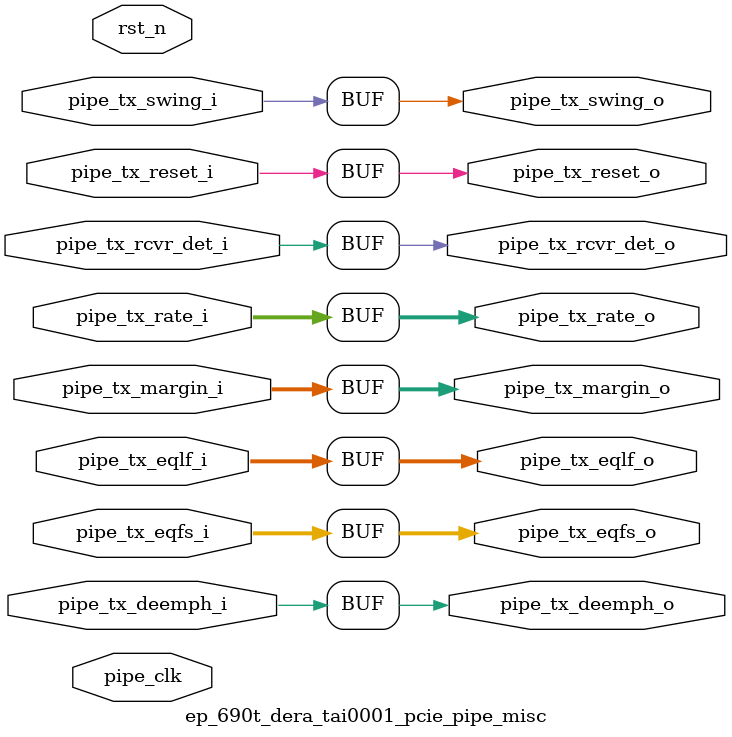
<source format=v>

`timescale 1ps/1ps

module ep_690t_dera_tai0001_pcie_pipe_misc #
(
  parameter        TCQ = 100,
  parameter        PIPE_PIPELINE_STAGES = 0    // 0 - 0 stages, 1 - 1 stage, 2 - 2 stages
) (

  input   wire        pipe_tx_rcvr_det_i      ,     // PIPE Tx Receiver Detect
  input   wire        pipe_tx_reset_i         ,     // PIPE Tx Reset
  input   wire [1:0]  pipe_tx_rate_i          ,     // PIPE Tx Rate
  input   wire        pipe_tx_deemph_i        ,     // PIPE Tx Deemphasis
  input   wire [2:0]  pipe_tx_margin_i        ,     // PIPE Tx Margin
  input   wire        pipe_tx_swing_i         ,     // PIPE Tx Swing
  input   wire [5:0]  pipe_tx_eqfs_i          ,     // PIPE Tx
  input   wire [5:0]  pipe_tx_eqlf_i          ,     // PIPE Tx
  output  wire        pipe_tx_rcvr_det_o      ,     // Pipelined PIPE Tx Receiver Detect
  output  wire        pipe_tx_reset_o         ,     // Pipelined PIPE Tx Reset
  output  wire [1:0]  pipe_tx_rate_o          ,     // Pipelined PIPE Tx Rate
  output  wire        pipe_tx_deemph_o        ,     // Pipelined PIPE Tx Deemphasis
  output  wire [2:0]  pipe_tx_margin_o        ,     // Pipelined PIPE Tx Margin
  output  wire        pipe_tx_swing_o         ,     // Pipelined PIPE Tx Swing
  output wire [5:0]  pipe_tx_eqfs_o           ,     // PIPE Tx
  output wire [5:0]  pipe_tx_eqlf_o           ,     // PIPE Tx

  input   wire        pipe_clk                ,     // PIPE Clock
  input   wire        rst_n                         // Reset
);

  //******************************************************************//
  // Reality check.                                                   //
  //******************************************************************//

  reg                pipe_tx_rcvr_det_q       ;
  reg                pipe_tx_reset_q          ;
  reg [1:0]          pipe_tx_rate_q           ;
  reg                pipe_tx_deemph_q         ;
  reg [2:0]          pipe_tx_margin_q         ;
  reg                pipe_tx_swing_q          ;
  reg                pipe_tx_eqfs_q          ;
  reg                pipe_tx_eqlf_q          ;

  reg                pipe_tx_rcvr_det_qq      ;
  reg                pipe_tx_reset_qq         ;
  reg [1:0]          pipe_tx_rate_qq          ;
  reg                pipe_tx_deemph_qq        ;
  reg [2:0]          pipe_tx_margin_qq        ;
  reg                pipe_tx_swing_qq         ;
  reg                pipe_tx_eqfs_qq          ;
  reg                pipe_tx_eqlf_qq          ;


  generate

  if (PIPE_PIPELINE_STAGES == 0) begin : pipe_stages_0

      assign pipe_tx_rcvr_det_o = pipe_tx_rcvr_det_i;
      assign pipe_tx_reset_o    = pipe_tx_reset_i;
      assign pipe_tx_rate_o     = pipe_tx_rate_i;
      assign pipe_tx_deemph_o   = pipe_tx_deemph_i;
      assign pipe_tx_margin_o   = pipe_tx_margin_i;
      assign pipe_tx_swing_o    = pipe_tx_swing_i;
      assign pipe_tx_eqfs_o     = pipe_tx_eqfs_i;
      assign pipe_tx_eqlf_o     = pipe_tx_eqlf_i;

  end // if (PIPE_PIPELINE_STAGES == 0)
  else if (PIPE_PIPELINE_STAGES == 1) begin : pipe_stages_1

    always @(posedge pipe_clk) begin

      if (!rst_n)
      begin

        pipe_tx_rcvr_det_q <= #TCQ 1'b0;
        pipe_tx_reset_q    <= #TCQ 1'b1;
        pipe_tx_rate_q     <= #TCQ 2'b0;
        pipe_tx_deemph_q   <= #TCQ 1'b1;
        pipe_tx_margin_q   <= #TCQ 3'b0;
        pipe_tx_swing_q    <= #TCQ 1'b0;
        pipe_tx_eqfs_q     <= #TCQ 5'b0;
        pipe_tx_eqlf_q     <= #TCQ 5'b0;

      end
      else
      begin

        pipe_tx_rcvr_det_q <= #TCQ pipe_tx_rcvr_det_i;
        pipe_tx_reset_q    <= #TCQ pipe_tx_reset_i;
        pipe_tx_rate_q     <= #TCQ pipe_tx_rate_i;
        pipe_tx_deemph_q   <= #TCQ pipe_tx_deemph_i;
        pipe_tx_margin_q   <= #TCQ pipe_tx_margin_i;
        pipe_tx_swing_q    <= #TCQ pipe_tx_swing_i;
        pipe_tx_eqfs_q     <= #TCQ pipe_tx_eqfs_i;
        pipe_tx_eqlf_q     <= #TCQ pipe_tx_eqlf_i;

      end

    end

    assign pipe_tx_rcvr_det_o = pipe_tx_rcvr_det_q;
    assign pipe_tx_reset_o    = pipe_tx_reset_q;
    assign pipe_tx_rate_o     = pipe_tx_rate_q;
    assign pipe_tx_deemph_o   = pipe_tx_deemph_q;
    assign pipe_tx_margin_o   = pipe_tx_margin_q;
    assign pipe_tx_swing_o    = pipe_tx_swing_q;
    assign pipe_tx_eqfs_o     = pipe_tx_eqfs_q;
    assign pipe_tx_eqlf_o     = pipe_tx_eqlf_q;

  end // if (PIPE_PIPELINE_STAGES == 1)
  else if (PIPE_PIPELINE_STAGES == 2) begin : pipe_stages_2

    always @(posedge pipe_clk) begin

      if (!rst_n)
      begin

        pipe_tx_rcvr_det_q  <= #TCQ 1'b0;
        pipe_tx_reset_q     <= #TCQ 1'b1;
        pipe_tx_rate_q      <= #TCQ 2'b0;
        pipe_tx_deemph_q    <= #TCQ 1'b1;
        pipe_tx_margin_q    <= #TCQ 1'b0;
        pipe_tx_swing_q     <= #TCQ 1'b0;
        pipe_tx_eqfs_q      <= #TCQ 5'b0;
        pipe_tx_eqlf_q      <= #TCQ 5'b0;

        pipe_tx_rcvr_det_qq <= #TCQ 1'b0;
        pipe_tx_reset_qq    <= #TCQ 1'b1;
        pipe_tx_rate_qq     <= #TCQ 2'b0;
        pipe_tx_deemph_qq   <= #TCQ 1'b1;
        pipe_tx_margin_qq   <= #TCQ 1'b0;
        pipe_tx_swing_qq    <= #TCQ 1'b0;
        pipe_tx_eqfs_qq     <= #TCQ 5'b0;
        pipe_tx_eqlf_qq     <= #TCQ 5'b0;

      end
      else
      begin

        pipe_tx_rcvr_det_q  <= #TCQ pipe_tx_rcvr_det_i;
        pipe_tx_reset_q     <= #TCQ pipe_tx_reset_i;
        pipe_tx_rate_q      <= #TCQ pipe_tx_rate_i;
        pipe_tx_deemph_q    <= #TCQ pipe_tx_deemph_i;
        pipe_tx_margin_q    <= #TCQ pipe_tx_margin_i;
        pipe_tx_swing_q     <= #TCQ pipe_tx_swing_i;
        pipe_tx_eqfs_q      <= #TCQ pipe_tx_eqfs_i;
        pipe_tx_eqlf_q      <= #TCQ pipe_tx_eqlf_i;

        pipe_tx_rcvr_det_qq <= #TCQ pipe_tx_rcvr_det_q;
        pipe_tx_reset_qq    <= #TCQ pipe_tx_reset_q;
        pipe_tx_rate_qq     <= #TCQ pipe_tx_rate_q;
        pipe_tx_deemph_qq   <= #TCQ pipe_tx_deemph_q;
        pipe_tx_margin_qq   <= #TCQ pipe_tx_margin_q;
        pipe_tx_swing_qq    <= #TCQ pipe_tx_swing_q;
        pipe_tx_eqfs_qq     <= #TCQ pipe_tx_eqfs_q;
        pipe_tx_eqlf_qq     <= #TCQ pipe_tx_eqlf_q;

      end

    end

    assign pipe_tx_rcvr_det_o = pipe_tx_rcvr_det_qq;
    assign pipe_tx_reset_o    = pipe_tx_reset_qq;
    assign pipe_tx_rate_o     = pipe_tx_rate_qq;
    assign pipe_tx_deemph_o   = pipe_tx_deemph_qq;
    assign pipe_tx_margin_o   = pipe_tx_margin_qq;
    assign pipe_tx_swing_o    = pipe_tx_swing_qq;
    assign pipe_tx_eqfs_o     = pipe_tx_eqfs_qq;
    assign pipe_tx_eqlf_o     = pipe_tx_eqlf_qq;

  end // if (PIPE_PIPELINE_STAGES == 2)

  // Default to zero pipeline stages if PIPE_PIPELINE_STAGES != 0,1,2
  else begin
    assign pipe_tx_rcvr_det_o = pipe_tx_rcvr_det_i;
    assign pipe_tx_reset_o    = pipe_tx_reset_i;
    assign pipe_tx_rate_o     = pipe_tx_rate_i;
    assign pipe_tx_deemph_o   = pipe_tx_deemph_i;
    assign pipe_tx_margin_o   = pipe_tx_margin_i;
    assign pipe_tx_swing_o    = pipe_tx_swing_i;
    assign pipe_tx_eqfs_o     = pipe_tx_eqfs_i;
    assign pipe_tx_eqlf_o     = pipe_tx_eqlf_i;
  end
  endgenerate

endmodule


</source>
